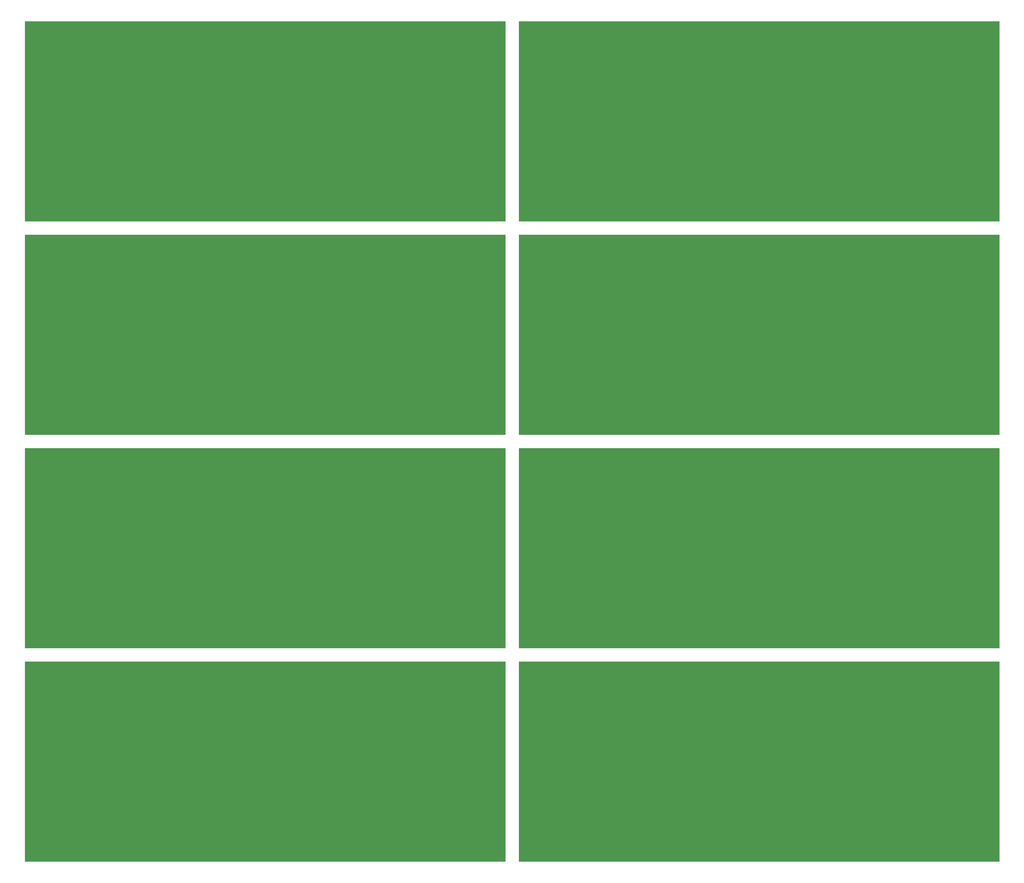
<source format=gbr>
G04 DipTrace 2.4.0.2*
%INBoard.gbr*%
%MOIN*%
%ADD11C,0.0055*%
%FSLAX44Y44*%
G04*
G70*
G90*
G75*
G01*
%LNBoardPoly*%
%LPD*%
G36*
X3940Y3940D2*
D11*
X39940D1*
Y18940D1*
X3940D1*
Y3940D1*
G37*
G36*
X40940D2*
D11*
X76940D1*
Y18940D1*
X40940D1*
Y3940D1*
G37*
G36*
X3940Y19940D2*
D11*
X39940D1*
Y34940D1*
X3940D1*
Y19940D1*
G37*
G36*
X40940D2*
D11*
X76940D1*
Y34940D1*
X40940D1*
Y19940D1*
G37*
G36*
X3940Y35940D2*
D11*
X39940D1*
Y50940D1*
X3940D1*
Y35940D1*
G37*
G36*
X40940D2*
D11*
X76940D1*
Y50940D1*
X40940D1*
Y35940D1*
G37*
G36*
X3940Y51940D2*
D11*
X39940D1*
Y66940D1*
X3940D1*
Y51940D1*
G37*
G36*
X40940D2*
D11*
X76940D1*
Y66940D1*
X40940D1*
Y51940D1*
G37*
M02*

</source>
